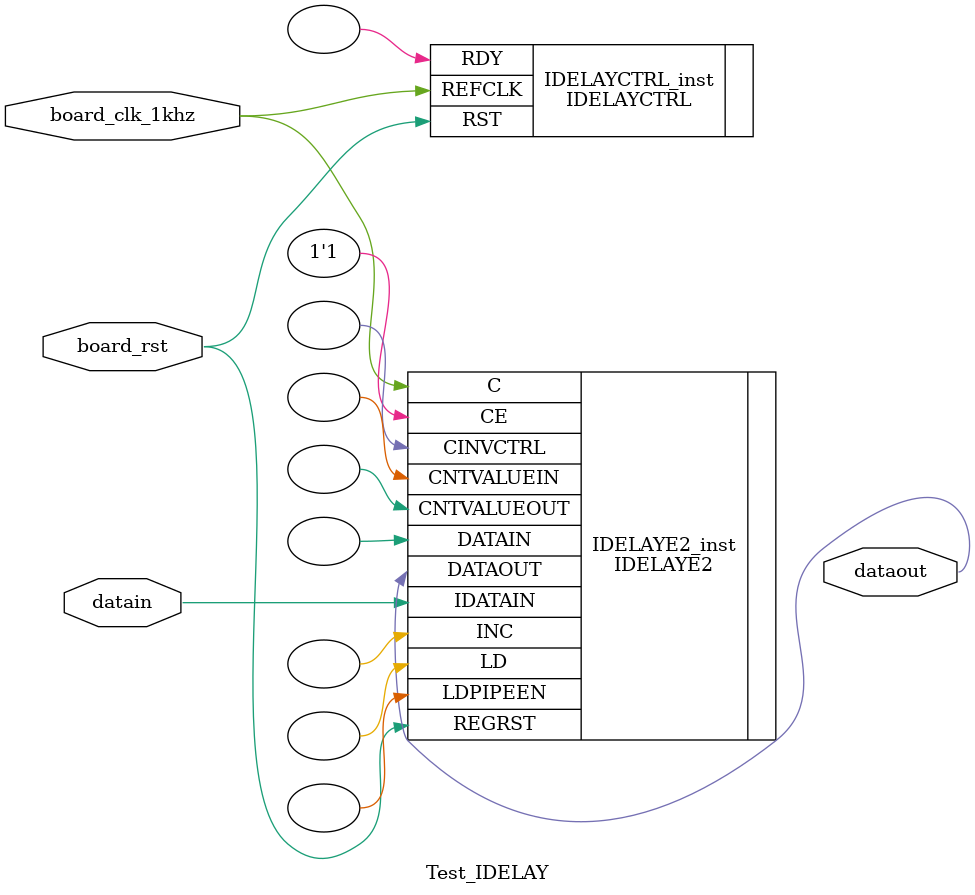
<source format=v>
`timescale 1ns / 1ps


module Test_IDELAY(
    input board_clk_1khz,
    input board_rst,     //高电平有效
    input datain,
    output dataout
    );


   IDELAYE2 #(
      .CINVCTRL_SEL("FALSE"),          // Enable dynamic clock inversion (FALSE, TRUE)
      .DELAY_SRC("IDATAIN"),           // Delay input (IDATAIN, DATAIN)
      .HIGH_PERFORMANCE_MODE("FALSE"), // Reduced jitter ("TRUE"), Reduced power ("FALSE")
      .IDELAY_TYPE("FIXED"),           // FIXED, VARIABLE, VAR_LOAD, VAR_LOAD_PIPE
      .IDELAY_VALUE(1),                // Input delay tap setting (0-31)
      .PIPE_SEL("FALSE"),              // Select pipelined mode, FALSE, TRUE
      .REFCLK_FREQUENCY(200.0),        // IDELAYCTRL clock input frequency in MHz (190.0-210.0, 290.0-310.0).
      .SIGNAL_PATTERN("DATA")          // DATA, CLOCK input signal
   )
   IDELAYE2_inst (
      .CNTVALUEOUT(), // 5-bit output: Counter value output
      .DATAOUT(dataout),         // 1-bit output: Delayed data output
      .C(board_clk_1khz),      // 1-bit input: Clock input
      .CE(1'd1),                   // 1-bit input: Active high enable increment/decrement input
      .CINVCTRL(),       // 1-bit input: Dynamic clock inversion input
      .CNTVALUEIN(),   // 5-bit input: Counter value input
      .DATAIN(),           // 1-bit input: Internal delay data input
      .IDATAIN(datain),         // 1-bit input: Data input from the I/O
      .INC(),                 // 1-bit input: Increment / Decrement tap delay input
      .LD(),                   // 1-bit input: Load IDELAY_VALUE input
      .LDPIPEEN(),       // 1-bit input: Enable PIPELINE register to load data input
      .REGRST(board_rst)            // 1-bit input: Active-high reset tap-delay input
   );


    IDELAYCTRL IDELAYCTRL_inst (
      .RDY(),       // 1-bit output: Ready output
      .REFCLK(board_clk_1khz), // 1-bit input: Reference clock input
      .RST(board_rst)        // 1-bit input: Active high reset input
   );

endmodule

</source>
